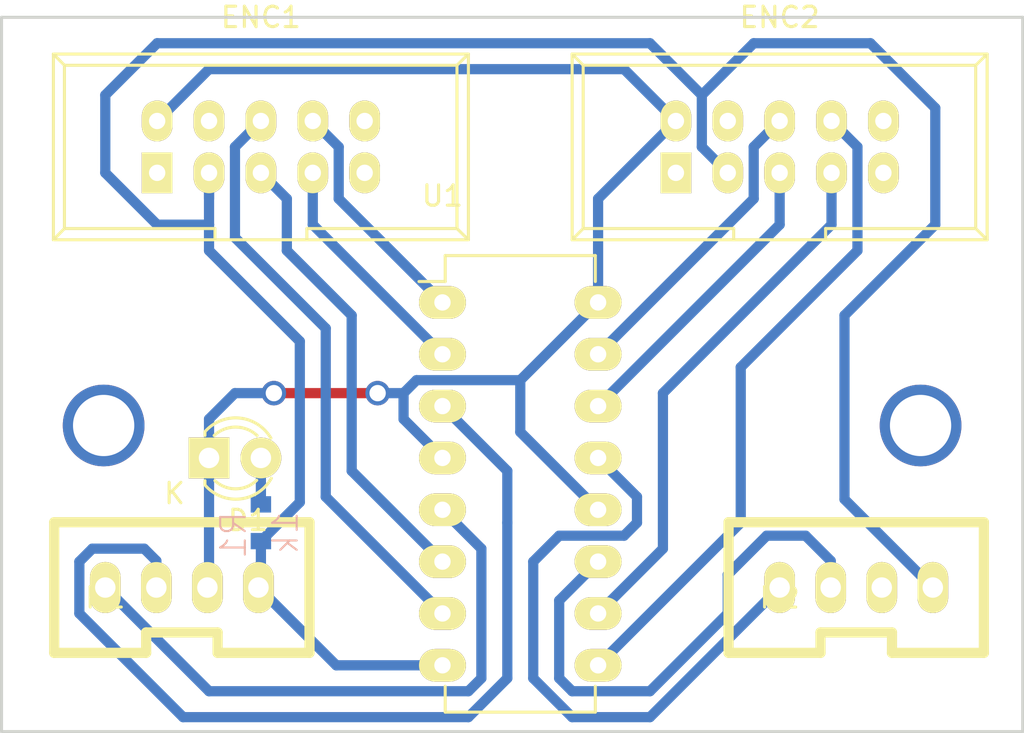
<source format=kicad_pcb>
(kicad_pcb (version 4) (host pcbnew 4.0.4-stable)

  (general
    (links 25)
    (no_connects 1)
    (area -0.075001 -0.075001 50.075001 35.075001)
    (thickness 1.6)
    (drawings 4)
    (tracks 113)
    (zones 0)
    (modules 7)
    (nets 16)
  )

  (page A4)
  (layers
    (0 F.Cu signal)
    (31 B.Cu signal)
    (32 B.Adhes user)
    (33 F.Adhes user)
    (34 B.Paste user)
    (35 F.Paste user)
    (36 B.SilkS user)
    (37 F.SilkS user)
    (38 B.Mask user)
    (39 F.Mask user)
    (40 Dwgs.User user)
    (41 Cmts.User user)
    (42 Eco1.User user)
    (43 Eco2.User user)
    (44 Edge.Cuts user)
    (45 Margin user)
    (46 B.CrtYd user)
    (47 F.CrtYd user)
    (48 B.Fab user)
    (49 F.Fab user)
  )

  (setup
    (last_trace_width 0.5)
    (user_trace_width 0.5)
    (user_trace_width 1)
    (trace_clearance 0.2)
    (zone_clearance 0.4)
    (zone_45_only no)
    (trace_min 0.2)
    (segment_width 0.2)
    (edge_width 0.15)
    (via_size 0.6)
    (via_drill 0.4)
    (via_min_size 0.4)
    (via_min_drill 0.3)
    (user_via 1.2 0.8)
    (user_via 4 3)
    (uvia_size 0.3)
    (uvia_drill 0.1)
    (uvias_allowed no)
    (uvia_min_size 0.2)
    (uvia_min_drill 0.1)
    (pcb_text_width 0.3)
    (pcb_text_size 1.5 1.5)
    (mod_edge_width 0.15)
    (mod_text_size 1 1)
    (mod_text_width 0.15)
    (pad_size 2.3 1.6)
    (pad_drill 0.8)
    (pad_to_mask_clearance 0.2)
    (aux_axis_origin 0 0)
    (visible_elements 7FFFFFFF)
    (pcbplotparams
      (layerselection 0x00030_80000001)
      (usegerberextensions false)
      (excludeedgelayer true)
      (linewidth 0.100000)
      (plotframeref false)
      (viasonmask false)
      (mode 1)
      (useauxorigin false)
      (hpglpennumber 1)
      (hpglpenspeed 20)
      (hpglpendiameter 15)
      (hpglpenoverlay 2)
      (psnegative false)
      (psa4output false)
      (plotreference true)
      (plotvalue true)
      (plotinvisibletext false)
      (padsonsilk false)
      (subtractmaskfromsilk false)
      (outputformat 1)
      (mirror false)
      (drillshape 1)
      (scaleselection 1)
      (outputdirectory ""))
  )

  (net 0 "")
  (net 1 +5V)
  (net 2 "Net-(D1-Pad2)")
  (net 3 GND)
  (net 4 /IN1_AB)
  (net 5 /IN1_AA)
  (net 6 /IN1_BB)
  (net 7 /IN1_BA)
  (net 8 /IN2_AB)
  (net 9 /IN2_AA)
  (net 10 /IN2_BB)
  (net 11 /IN2_BA)
  (net 12 /OUT1_B)
  (net 13 /OUT1_A)
  (net 14 /OUT2_B)
  (net 15 /OUT2_A)

  (net_class Default "これは標準のネット クラスです。"
    (clearance 0.2)
    (trace_width 0.25)
    (via_dia 0.6)
    (via_drill 0.4)
    (uvia_dia 0.3)
    (uvia_drill 0.1)
    (add_net +5V)
    (add_net /IN1_AA)
    (add_net /IN1_AB)
    (add_net /IN1_BA)
    (add_net /IN1_BB)
    (add_net /IN2_AA)
    (add_net /IN2_AB)
    (add_net /IN2_BA)
    (add_net /IN2_BB)
    (add_net /OUT1_A)
    (add_net /OUT1_B)
    (add_net /OUT2_A)
    (add_net /OUT2_B)
    (add_net GND)
    (add_net "Net-(D1-Pad2)")
  )

  (module LEDs:LED-3MM (layer F.Cu) (tedit 559B82F6) (tstamp 583E7C74)
    (at 10.16 21.59)
    (descr "LED 3mm round vertical")
    (tags "LED  3mm round vertical")
    (path /583E8E79)
    (fp_text reference D1 (at 1.91 3.06) (layer F.SilkS)
      (effects (font (size 1 1) (thickness 0.15)))
    )
    (fp_text value LED (at 1.3 -2.9) (layer F.Fab)
      (effects (font (size 1 1) (thickness 0.15)))
    )
    (fp_line (start -1.2 2.3) (end 3.8 2.3) (layer F.CrtYd) (width 0.05))
    (fp_line (start 3.8 2.3) (end 3.8 -2.2) (layer F.CrtYd) (width 0.05))
    (fp_line (start 3.8 -2.2) (end -1.2 -2.2) (layer F.CrtYd) (width 0.05))
    (fp_line (start -1.2 -2.2) (end -1.2 2.3) (layer F.CrtYd) (width 0.05))
    (fp_line (start -0.199 1.314) (end -0.199 1.114) (layer F.SilkS) (width 0.15))
    (fp_line (start -0.199 -1.28) (end -0.199 -1.1) (layer F.SilkS) (width 0.15))
    (fp_arc (start 1.301 0.034) (end -0.199 -1.286) (angle 108.5) (layer F.SilkS) (width 0.15))
    (fp_arc (start 1.301 0.034) (end 0.25 -1.1) (angle 85.7) (layer F.SilkS) (width 0.15))
    (fp_arc (start 1.311 0.034) (end 3.051 0.994) (angle 110) (layer F.SilkS) (width 0.15))
    (fp_arc (start 1.301 0.034) (end 2.335 1.094) (angle 87.5) (layer F.SilkS) (width 0.15))
    (fp_text user K (at -1.69 1.74) (layer F.SilkS)
      (effects (font (size 1 1) (thickness 0.15)))
    )
    (pad 1 thru_hole rect (at 0 0 90) (size 2 2) (drill 1.00076) (layers *.Cu *.Mask F.SilkS)
      (net 1 +5V))
    (pad 2 thru_hole circle (at 2.54 0) (size 2 2) (drill 1.00076) (layers *.Cu *.Mask F.SilkS)
      (net 2 "Net-(D1-Pad2)"))
    (model LEDs.3dshapes/LED-3MM.wrl
      (at (xyz 0.05 0 0))
      (scale (xyz 1 1 1))
      (rotate (xyz 0 0 90))
    )
  )

  (module RP_KiCAD_Connector:XA_4T (layer F.Cu) (tedit 5763BB94) (tstamp 583E7C98)
    (at 5.08 27.94)
    (path /583E8D66)
    (fp_text reference P1 (at 0 0.5) (layer F.SilkS)
      (effects (font (size 1 1) (thickness 0.15)))
    )
    (fp_text value CONN_01X04 (at 0 -0.5) (layer F.Fab)
      (effects (font (size 1 1) (thickness 0.15)))
    )
    (fp_line (start -2.5 3.2) (end 2 3.2) (layer F.SilkS) (width 0.5))
    (fp_line (start 2 3.2) (end 2 2.2) (layer F.SilkS) (width 0.5))
    (fp_line (start 2 2.2) (end 5.5 2.2) (layer F.SilkS) (width 0.5))
    (fp_line (start 5.5 2.2) (end 5.5 3.2) (layer F.SilkS) (width 0.5))
    (fp_line (start 5.5 3.2) (end 10 3.2) (layer F.SilkS) (width 0.5))
    (fp_line (start 10 -3.2) (end -2.5 -3.2) (layer F.SilkS) (width 0.5))
    (fp_line (start 10 3.2) (end 10 -3.2) (layer F.SilkS) (width 0.5))
    (fp_line (start -2.5 -3.2) (end -2.5 3.2) (layer F.SilkS) (width 0.5))
    (pad 4 thru_hole oval (at 0 0) (size 1.5 2.5) (drill 1) (layers *.Cu *.Mask F.SilkS)
      (net 12 /OUT1_B))
    (pad 3 thru_hole oval (at 2.5 0) (size 1.5 2.5) (drill 1) (layers *.Cu *.Mask F.SilkS)
      (net 13 /OUT1_A))
    (pad 2 thru_hole oval (at 5 0) (size 1.5 2.5) (drill 1) (layers *.Cu *.Mask F.SilkS)
      (net 1 +5V))
    (pad 1 thru_hole oval (at 7.5 0) (size 1.5 2.5) (drill 1) (layers *.Cu *.Mask F.SilkS)
      (net 3 GND))
    (model conn_XA/XA_4T.wrl
      (at (xyz 0.15 0 0))
      (scale (xyz 3.95 3.95 3.95))
      (rotate (xyz -90 0 0))
    )
  )

  (module RP_KiCAD_Connector:XA_4T (layer F.Cu) (tedit 5763BB94) (tstamp 583E7CA0)
    (at 38.1 27.94)
    (path /583E8E41)
    (fp_text reference P2 (at 0 0.5) (layer F.SilkS)
      (effects (font (size 1 1) (thickness 0.15)))
    )
    (fp_text value CONN_01X04 (at 0 -0.5) (layer F.Fab)
      (effects (font (size 1 1) (thickness 0.15)))
    )
    (fp_line (start -2.5 3.2) (end 2 3.2) (layer F.SilkS) (width 0.5))
    (fp_line (start 2 3.2) (end 2 2.2) (layer F.SilkS) (width 0.5))
    (fp_line (start 2 2.2) (end 5.5 2.2) (layer F.SilkS) (width 0.5))
    (fp_line (start 5.5 2.2) (end 5.5 3.2) (layer F.SilkS) (width 0.5))
    (fp_line (start 5.5 3.2) (end 10 3.2) (layer F.SilkS) (width 0.5))
    (fp_line (start 10 -3.2) (end -2.5 -3.2) (layer F.SilkS) (width 0.5))
    (fp_line (start 10 3.2) (end 10 -3.2) (layer F.SilkS) (width 0.5))
    (fp_line (start -2.5 -3.2) (end -2.5 3.2) (layer F.SilkS) (width 0.5))
    (pad 4 thru_hole oval (at 0 0) (size 1.5 2.5) (drill 1) (layers *.Cu *.Mask F.SilkS)
      (net 14 /OUT2_B))
    (pad 3 thru_hole oval (at 2.5 0) (size 1.5 2.5) (drill 1) (layers *.Cu *.Mask F.SilkS)
      (net 15 /OUT2_A))
    (pad 2 thru_hole oval (at 5 0) (size 1.5 2.5) (drill 1) (layers *.Cu *.Mask F.SilkS)
      (net 1 +5V))
    (pad 1 thru_hole oval (at 7.5 0) (size 1.5 2.5) (drill 1) (layers *.Cu *.Mask F.SilkS)
      (net 3 GND))
    (model conn_XA/XA_4T.wrl
      (at (xyz 0.15 0 0))
      (scale (xyz 3.95 3.95 3.95))
      (rotate (xyz -90 0 0))
    )
  )

  (module RP_KiCAD_Libs:C1608_WP (layer B.Cu) (tedit 57C3E677) (tstamp 583E7CA6)
    (at 12.7 24.765 270)
    (descr <b>CAPACITOR</b>)
    (path /583E8E9A)
    (fp_text reference R1 (at -0.635 0.635 270) (layer B.SilkS)
      (effects (font (size 1.2065 1.2065) (thickness 0.1016)) (justify left bottom mirror))
    )
    (fp_text value 1k (at -0.635 -1.905 270) (layer B.SilkS)
      (effects (font (size 1.2065 1.2065) (thickness 0.1016)) (justify left bottom mirror))
    )
    (fp_line (start -0.356 0.432) (end 0.356 0.432) (layer Dwgs.User) (width 0.1016))
    (fp_line (start -0.356 -0.419) (end 0.356 -0.419) (layer Dwgs.User) (width 0.1016))
    (fp_poly (pts (xy -0.8382 -0.4699) (xy -0.3381 -0.4699) (xy -0.3381 0.4801) (xy -0.8382 0.4801)) (layer Dwgs.User) (width 0))
    (fp_poly (pts (xy 0.3302 -0.4699) (xy 0.8303 -0.4699) (xy 0.8303 0.4801) (xy 0.3302 0.4801)) (layer Dwgs.User) (width 0))
    (fp_poly (pts (xy -0.1999 -0.3) (xy 0.1999 -0.3) (xy 0.1999 0.3) (xy -0.1999 0.3)) (layer B.Adhes) (width 0))
    (pad 1 smd rect (at -0.9 0 270) (size 0.8 1) (layers B.Cu B.Paste B.Mask)
      (net 2 "Net-(D1-Pad2)"))
    (pad 2 smd rect (at 0.9 0 270) (size 0.8 1) (layers B.Cu B.Paste B.Mask)
      (net 3 GND))
    (model Resistors_SMD.3dshapes/R_0603.wrl
      (at (xyz 0 0 0))
      (scale (xyz 1 1 1))
      (rotate (xyz 0 0 0))
    )
  )

  (module Housings_DIP:DIP-16_W7.62mm_LongPads (layer F.Cu) (tedit 54130A77) (tstamp 583E7CBA)
    (at 21.59 13.97)
    (descr "16-lead dip package, row spacing 7.62 mm (300 mils), longer pads")
    (tags "dil dip 2.54 300")
    (path /583E7ABF)
    (fp_text reference U1 (at 0 -5.22) (layer F.SilkS)
      (effects (font (size 1 1) (thickness 0.15)))
    )
    (fp_text value SN75175 (at 0 -3.72) (layer F.Fab)
      (effects (font (size 1 1) (thickness 0.15)))
    )
    (fp_line (start -1.4 -2.45) (end -1.4 20.25) (layer F.CrtYd) (width 0.05))
    (fp_line (start 9 -2.45) (end 9 20.25) (layer F.CrtYd) (width 0.05))
    (fp_line (start -1.4 -2.45) (end 9 -2.45) (layer F.CrtYd) (width 0.05))
    (fp_line (start -1.4 20.25) (end 9 20.25) (layer F.CrtYd) (width 0.05))
    (fp_line (start 0.135 -2.295) (end 0.135 -1.025) (layer F.SilkS) (width 0.15))
    (fp_line (start 7.485 -2.295) (end 7.485 -1.025) (layer F.SilkS) (width 0.15))
    (fp_line (start 7.485 20.075) (end 7.485 18.805) (layer F.SilkS) (width 0.15))
    (fp_line (start 0.135 20.075) (end 0.135 18.805) (layer F.SilkS) (width 0.15))
    (fp_line (start 0.135 -2.295) (end 7.485 -2.295) (layer F.SilkS) (width 0.15))
    (fp_line (start 0.135 20.075) (end 7.485 20.075) (layer F.SilkS) (width 0.15))
    (fp_line (start 0.135 -1.025) (end -1.15 -1.025) (layer F.SilkS) (width 0.15))
    (pad 1 thru_hole oval (at 0 0) (size 2.3 1.6) (drill 0.8) (layers *.Cu *.Mask F.SilkS)
      (net 4 /IN1_AB))
    (pad 2 thru_hole oval (at 0 2.54) (size 2.3 1.6) (drill 0.8) (layers *.Cu *.Mask F.SilkS)
      (net 5 /IN1_AA))
    (pad 3 thru_hole oval (at 0 5.08) (size 2.3 1.6) (drill 0.8) (layers *.Cu *.Mask F.SilkS)
      (net 13 /OUT1_A))
    (pad 4 thru_hole oval (at 0 7.62) (size 2.3 1.6) (drill 0.8) (layers *.Cu *.Mask F.SilkS)
      (net 1 +5V))
    (pad 5 thru_hole oval (at 0 10.16) (size 2.3 1.6) (drill 0.8) (layers *.Cu *.Mask F.SilkS)
      (net 12 /OUT1_B))
    (pad 6 thru_hole oval (at 0 12.7) (size 2.3 1.6) (drill 0.8) (layers *.Cu *.Mask F.SilkS)
      (net 7 /IN1_BA))
    (pad 7 thru_hole oval (at 0 15.24) (size 2.3 1.6) (drill 0.8) (layers *.Cu *.Mask F.SilkS)
      (net 6 /IN1_BB))
    (pad 8 thru_hole oval (at 0 17.78) (size 2.3 1.6) (drill 0.8) (layers *.Cu *.Mask F.SilkS)
      (net 3 GND))
    (pad 9 thru_hole oval (at 7.62 17.78) (size 2.3 1.6) (drill 0.8) (layers *.Cu *.Mask F.SilkS)
      (net 8 /IN2_AB))
    (pad 10 thru_hole oval (at 7.62 15.24) (size 2.3 1.6) (drill 0.8) (layers *.Cu *.Mask F.SilkS)
      (net 9 /IN2_AA))
    (pad 11 thru_hole oval (at 7.62 12.7) (size 2.3 1.6) (drill 0.8) (layers *.Cu *.Mask F.SilkS)
      (net 15 /OUT2_A))
    (pad 12 thru_hole oval (at 7.62 10.16) (size 2.3 1.6) (drill 0.8) (layers *.Cu *.Mask F.SilkS)
      (net 1 +5V))
    (pad 13 thru_hole oval (at 7.62 7.62) (size 2.3 1.6) (drill 0.8) (layers *.Cu *.Mask F.SilkS)
      (net 14 /OUT2_B))
    (pad 14 thru_hole oval (at 7.62 5.08) (size 2.3 1.6) (drill 0.8) (layers *.Cu *.Mask F.SilkS)
      (net 11 /IN2_BA))
    (pad 15 thru_hole oval (at 7.62 2.54) (size 2.3 1.6) (drill 0.8) (layers *.Cu *.Mask F.SilkS)
      (net 10 /IN2_BB))
    (pad 16 thru_hole oval (at 7.62 0) (size 2.3 1.6) (drill 0.8) (layers *.Cu *.Mask F.SilkS)
      (net 1 +5V))
    (model Housings_DIP.3dshapes/DIP-16_W7.62mm_LongPads.wrl
      (at (xyz 0 0 0))
      (scale (xyz 1 1 1))
      (rotate (xyz 0 0 0))
    )
  )

  (module RP_KiCAD_Connector:DEF_ENCODER (layer F.Cu) (tedit 583E7D8F) (tstamp 583E7E8A)
    (at 7.62 7.62)
    (descr DEF_ENCODER)
    (tags DEF_ENCODER)
    (path /583E8396)
    (fp_text reference ENC1 (at 5.08 -7.62) (layer F.SilkS)
      (effects (font (size 1 1) (thickness 0.15)))
    )
    (fp_text value RS422_ENCODER (at 5.08 5.223) (layer F.Fab)
      (effects (font (size 1 1) (thickness 0.15)))
    )
    (fp_line (start -5.08 -5.82) (end 15.24 -5.82) (layer F.SilkS) (width 0.15))
    (fp_line (start -4.54 -5.27) (end 14.68 -5.27) (layer F.SilkS) (width 0.15))
    (fp_line (start -5.08 3.28) (end 15.24 3.28) (layer F.SilkS) (width 0.15))
    (fp_line (start -4.54 2.73) (end 2.83 2.73) (layer F.SilkS) (width 0.15))
    (fp_line (start 7.33 2.73) (end 14.68 2.73) (layer F.SilkS) (width 0.15))
    (fp_line (start 2.83 2.73) (end 2.83 3.28) (layer F.SilkS) (width 0.15))
    (fp_line (start 7.33 2.73) (end 7.33 3.28) (layer F.SilkS) (width 0.15))
    (fp_line (start -5.08 -5.82) (end -5.08 3.28) (layer F.SilkS) (width 0.15))
    (fp_line (start -4.54 -5.27) (end -4.54 2.73) (layer F.SilkS) (width 0.15))
    (fp_line (start 15.24 -5.82) (end 15.24 3.28) (layer F.SilkS) (width 0.15))
    (fp_line (start 14.68 -5.27) (end 14.68 2.73) (layer F.SilkS) (width 0.15))
    (fp_line (start -5.08 -5.82) (end -4.54 -5.27) (layer F.SilkS) (width 0.15))
    (fp_line (start 15.24 -5.82) (end 14.68 -5.27) (layer F.SilkS) (width 0.15))
    (fp_line (start -5.08 3.28) (end -4.54 2.73) (layer F.SilkS) (width 0.15))
    (fp_line (start 15.24 3.28) (end 14.68 2.73) (layer F.SilkS) (width 0.15))
    (fp_line (start -5.35 -6.05) (end 15.5 -6.05) (layer F.CrtYd) (width 0.05))
    (fp_line (start 15.5 -6.05) (end 15.5 3.55) (layer F.CrtYd) (width 0.05))
    (fp_line (start 15.5 3.55) (end -5.35 3.55) (layer F.CrtYd) (width 0.05))
    (fp_line (start -5.35 3.55) (end -5.35 -6.05) (layer F.CrtYd) (width 0.05))
    (pad 1 thru_hole rect (at 0 0) (size 1.5 2) (drill 0.8) (layers *.Cu *.Mask F.SilkS))
    (pad 2 thru_hole oval (at 0 -2.54) (size 1.5 2) (drill 0.8) (layers *.Cu *.Mask F.SilkS)
      (net 1 +5V))
    (pad 3 thru_hole oval (at 2.54 0) (size 1.5 2) (drill 0.8) (layers *.Cu *.Mask F.SilkS)
      (net 3 GND))
    (pad 4 thru_hole oval (at 2.54 -2.54) (size 1.5 2) (drill 0.8) (layers *.Cu *.Mask F.SilkS))
    (pad 5 thru_hole oval (at 5.08 0) (size 1.5 2) (drill 0.8) (layers *.Cu *.Mask F.SilkS)
      (net 7 /IN1_BA))
    (pad 6 thru_hole oval (at 5.08 -2.54) (size 1.5 2) (drill 0.8) (layers *.Cu *.Mask F.SilkS)
      (net 6 /IN1_BB))
    (pad 7 thru_hole oval (at 7.62 0) (size 1.5 2) (drill 0.8) (layers *.Cu *.Mask F.SilkS)
      (net 5 /IN1_AA))
    (pad 8 thru_hole oval (at 7.62 -2.54) (size 1.5 2) (drill 0.8) (layers *.Cu *.Mask F.SilkS)
      (net 4 /IN1_AB))
    (pad 9 thru_hole oval (at 10.16 0) (size 1.5 2) (drill 0.8) (layers *.Cu *.Mask F.SilkS))
    (pad 10 thru_hole oval (at 10.16 -2.54) (size 1.5 2) (drill 0.8) (layers *.Cu *.Mask F.SilkS))
  )

  (module RP_KiCAD_Connector:DEF_ENCODER (layer F.Cu) (tedit 583E7D8F) (tstamp 583E7E97)
    (at 33.02 7.62)
    (descr DEF_ENCODER)
    (tags DEF_ENCODER)
    (path /583E83B5)
    (fp_text reference ENC2 (at 5.08 -7.62) (layer F.SilkS)
      (effects (font (size 1 1) (thickness 0.15)))
    )
    (fp_text value RS422_ENCODER (at 5.08 5.223) (layer F.Fab)
      (effects (font (size 1 1) (thickness 0.15)))
    )
    (fp_line (start -5.08 -5.82) (end 15.24 -5.82) (layer F.SilkS) (width 0.15))
    (fp_line (start -4.54 -5.27) (end 14.68 -5.27) (layer F.SilkS) (width 0.15))
    (fp_line (start -5.08 3.28) (end 15.24 3.28) (layer F.SilkS) (width 0.15))
    (fp_line (start -4.54 2.73) (end 2.83 2.73) (layer F.SilkS) (width 0.15))
    (fp_line (start 7.33 2.73) (end 14.68 2.73) (layer F.SilkS) (width 0.15))
    (fp_line (start 2.83 2.73) (end 2.83 3.28) (layer F.SilkS) (width 0.15))
    (fp_line (start 7.33 2.73) (end 7.33 3.28) (layer F.SilkS) (width 0.15))
    (fp_line (start -5.08 -5.82) (end -5.08 3.28) (layer F.SilkS) (width 0.15))
    (fp_line (start -4.54 -5.27) (end -4.54 2.73) (layer F.SilkS) (width 0.15))
    (fp_line (start 15.24 -5.82) (end 15.24 3.28) (layer F.SilkS) (width 0.15))
    (fp_line (start 14.68 -5.27) (end 14.68 2.73) (layer F.SilkS) (width 0.15))
    (fp_line (start -5.08 -5.82) (end -4.54 -5.27) (layer F.SilkS) (width 0.15))
    (fp_line (start 15.24 -5.82) (end 14.68 -5.27) (layer F.SilkS) (width 0.15))
    (fp_line (start -5.08 3.28) (end -4.54 2.73) (layer F.SilkS) (width 0.15))
    (fp_line (start 15.24 3.28) (end 14.68 2.73) (layer F.SilkS) (width 0.15))
    (fp_line (start -5.35 -6.05) (end 15.5 -6.05) (layer F.CrtYd) (width 0.05))
    (fp_line (start 15.5 -6.05) (end 15.5 3.55) (layer F.CrtYd) (width 0.05))
    (fp_line (start 15.5 3.55) (end -5.35 3.55) (layer F.CrtYd) (width 0.05))
    (fp_line (start -5.35 3.55) (end -5.35 -6.05) (layer F.CrtYd) (width 0.05))
    (pad 1 thru_hole rect (at 0 0) (size 1.5 2) (drill 0.8) (layers *.Cu *.Mask F.SilkS))
    (pad 2 thru_hole oval (at 0 -2.54) (size 1.5 2) (drill 0.8) (layers *.Cu *.Mask F.SilkS)
      (net 1 +5V))
    (pad 3 thru_hole oval (at 2.54 0) (size 1.5 2) (drill 0.8) (layers *.Cu *.Mask F.SilkS)
      (net 3 GND))
    (pad 4 thru_hole oval (at 2.54 -2.54) (size 1.5 2) (drill 0.8) (layers *.Cu *.Mask F.SilkS))
    (pad 5 thru_hole oval (at 5.08 0) (size 1.5 2) (drill 0.8) (layers *.Cu *.Mask F.SilkS)
      (net 11 /IN2_BA))
    (pad 6 thru_hole oval (at 5.08 -2.54) (size 1.5 2) (drill 0.8) (layers *.Cu *.Mask F.SilkS)
      (net 10 /IN2_BB))
    (pad 7 thru_hole oval (at 7.62 0) (size 1.5 2) (drill 0.8) (layers *.Cu *.Mask F.SilkS)
      (net 9 /IN2_AA))
    (pad 8 thru_hole oval (at 7.62 -2.54) (size 1.5 2) (drill 0.8) (layers *.Cu *.Mask F.SilkS)
      (net 8 /IN2_AB))
    (pad 9 thru_hole oval (at 10.16 0) (size 1.5 2) (drill 0.8) (layers *.Cu *.Mask F.SilkS))
    (pad 10 thru_hole oval (at 10.16 -2.54) (size 1.5 2) (drill 0.8) (layers *.Cu *.Mask F.SilkS))
  )

  (gr_line (start 50 0) (end 50 35) (angle 90) (layer Edge.Cuts) (width 0.15))
  (gr_line (start 0 35) (end 0 0) (angle 90) (layer Edge.Cuts) (width 0.15))
  (gr_line (start 50 35) (end 0 35) (angle 90) (layer Edge.Cuts) (width 0.15))
  (gr_line (start 50 0) (end 0 0) (angle 90) (layer Edge.Cuts) (width 0.15))

  (via (at 5 20) (size 4) (drill 3) (layers F.Cu B.Cu) (net 0))
  (via (at 45 20) (size 4) (drill 3) (layers F.Cu B.Cu) (net 0))
  (segment (start 10.16 21.59) (end 10.16 19.685) (width 0.5) (layer B.Cu) (net 1) (status 400000))
  (segment (start 11.43 18.415) (end 13.335 18.415) (width 0.5) (layer B.Cu) (net 1) (tstamp 583F7CF7))
  (segment (start 10.16 19.685) (end 11.43 18.415) (width 0.5) (layer B.Cu) (net 1) (tstamp 583F7CF6))
  (segment (start 10.16 21.59) (end 10.16 27.86) (width 0.5) (layer B.Cu) (net 1) (status C00000))
  (segment (start 10.16 27.86) (end 10.08 27.94) (width 0.5) (layer B.Cu) (net 1) (tstamp 583F7CF3) (status C00000))
  (segment (start 19.685 18.415) (end 18.415 18.415) (width 0.5) (layer B.Cu) (net 1))
  (via (at 18.415 18.415) (size 1.2) (drill 0.8) (layers F.Cu B.Cu) (net 1))
  (segment (start 18.415 18.415) (end 13.335 18.415) (width 0.5) (layer F.Cu) (net 1) (tstamp 583F7CC4))
  (via (at 13.335 18.415) (size 1.2) (drill 0.8) (layers F.Cu B.Cu) (net 1))
  (segment (start 29.21 24.13) (end 25.4 20.32) (width 0.5) (layer B.Cu) (net 1))
  (segment (start 25.4 17.78) (end 25.4 20.32) (width 0.5) (layer B.Cu) (net 1))
  (segment (start 21.59 21.59) (end 19.685 19.685) (width 0.5) (layer B.Cu) (net 1))
  (segment (start 20.32 17.78) (end 25.4 17.78) (width 0.5) (layer B.Cu) (net 1) (tstamp 583F7CA9))
  (segment (start 19.685 18.415) (end 20.32 17.78) (width 0.5) (layer B.Cu) (net 1) (tstamp 583F7CA8))
  (segment (start 19.685 19.685) (end 19.685 18.415) (width 0.5) (layer B.Cu) (net 1) (tstamp 583F7CA7))
  (segment (start 29.21 13.97) (end 25.4 17.78) (width 0.5) (layer B.Cu) (net 1))
  (segment (start 29.21 13.97) (end 29.21 8.89) (width 0.5) (layer B.Cu) (net 1))
  (segment (start 29.21 8.89) (end 33.02 5.08) (width 0.5) (layer B.Cu) (net 1) (tstamp 583E815F))
  (segment (start 7.62 5.08) (end 10.16 2.54) (width 0.5) (layer B.Cu) (net 1))
  (segment (start 30.48 2.54) (end 33.02 5.08) (width 0.5) (layer B.Cu) (net 1) (tstamp 583E8137))
  (segment (start 10.16 2.54) (end 30.48 2.54) (width 0.5) (layer B.Cu) (net 1) (tstamp 583E8135))
  (segment (start 12.7 21.59) (end 12.7 23.865) (width 0.5) (layer B.Cu) (net 2) (status C00000))
  (segment (start 10.16 10.16) (end 7.62 10.16) (width 0.5) (layer B.Cu) (net 3))
  (segment (start 5.08 3.81) (end 7.62 1.27) (width 0.5) (layer B.Cu) (net 3) (tstamp 583E8159))
  (segment (start 7.62 1.27) (end 31.75 1.27) (width 0.5) (layer B.Cu) (net 3) (tstamp 583E815B))
  (segment (start 5.08 7.62) (end 7.62 10.16) (width 0.5) (layer B.Cu) (net 3) (tstamp 583E8143))
  (segment (start 31.75 1.27) (end 34.29 3.81) (width 0.5) (layer B.Cu) (net 3) (tstamp 583E813C))
  (segment (start 5.08 7.62) (end 5.08 3.81) (width 0.5) (layer B.Cu) (net 3))
  (segment (start 10.16 7.62) (end 10.16 10.16) (width 0.5) (layer B.Cu) (net 3) (status 400000))
  (segment (start 10.16 10.16) (end 10.16 11.43) (width 0.5) (layer B.Cu) (net 3) (tstamp 583F7D1B))
  (segment (start 10.16 11.43) (end 14.605 15.875) (width 0.5) (layer B.Cu) (net 3) (tstamp 583F7D14))
  (segment (start 14.605 15.875) (end 14.605 23.76) (width 0.5) (layer B.Cu) (net 3) (tstamp 583F7D08))
  (segment (start 14.605 23.76) (end 12.7 25.665) (width 0.5) (layer B.Cu) (net 3) (tstamp 583F7D0A) (status 800000))
  (segment (start 12.7 25.665) (end 12.7 27.82) (width 0.5) (layer B.Cu) (net 3) (status C00000))
  (segment (start 12.7 27.82) (end 12.58 27.94) (width 0.5) (layer B.Cu) (net 3) (tstamp 583F7CFD) (status C00000))
  (segment (start 45.6 27.94) (end 41.275 23.615) (width 0.5) (layer B.Cu) (net 3))
  (segment (start 41.275 23.615) (end 41.275 14.605) (width 0.5) (layer B.Cu) (net 3) (tstamp 583F7CCC))
  (segment (start 41.275 14.605) (end 45.72 10.16) (width 0.5) (layer B.Cu) (net 3) (tstamp 583F7CCE))
  (segment (start 45.72 10.16) (end 45.72 4.445) (width 0.5) (layer B.Cu) (net 3) (tstamp 583F7CD0))
  (segment (start 45.72 4.445) (end 42.545 1.27) (width 0.5) (layer B.Cu) (net 3) (tstamp 583F7CD2))
  (segment (start 42.545 1.27) (end 36.83 1.27) (width 0.5) (layer B.Cu) (net 3) (tstamp 583F7CD4))
  (segment (start 36.83 1.27) (end 34.29 3.81) (width 0.5) (layer B.Cu) (net 3) (tstamp 583F7CD6))
  (segment (start 12.58 27.94) (end 16.39 31.75) (width 0.5) (layer B.Cu) (net 3))
  (segment (start 16.39 31.75) (end 21.59 31.75) (width 0.5) (layer B.Cu) (net 3) (tstamp 583E81E4))
  (segment (start 34.29 6.35) (end 34.29 3.81) (width 0.5) (layer B.Cu) (net 3) (tstamp 583E813B))
  (segment (start 35.56 7.62) (end 34.29 6.35) (width 0.5) (layer B.Cu) (net 3))
  (segment (start 10.16 8.89) (end 10.16 7.62) (width 0.5) (layer B.Cu) (net 3))
  (segment (start 15.24 5.08) (end 16.51 6.35) (width 0.5) (layer B.Cu) (net 4))
  (segment (start 16.51 8.89) (end 21.59 13.97) (width 0.5) (layer B.Cu) (net 4) (tstamp 583E8128))
  (segment (start 16.51 6.35) (end 16.51 8.89) (width 0.5) (layer B.Cu) (net 4) (tstamp 583E8127))
  (segment (start 15.24 7.62) (end 15.24 10.16) (width 0.5) (layer B.Cu) (net 5))
  (segment (start 15.24 10.16) (end 21.59 16.51) (width 0.5) (layer B.Cu) (net 5) (tstamp 583E8123))
  (segment (start 11.43 10.795) (end 15.875 15.24) (width 0.5) (layer B.Cu) (net 6))
  (segment (start 15.875 15.24) (end 15.875 23.495) (width 0.5) (layer B.Cu) (net 6) (tstamp 583F7C1F))
  (segment (start 21.59 29.21) (end 15.875 23.495) (width 0.5) (layer B.Cu) (net 6))
  (segment (start 11.43 6.35) (end 12.7 5.08) (width 0.5) (layer B.Cu) (net 6) (tstamp 583E8132))
  (segment (start 11.43 10.795) (end 11.43 6.35) (width 0.5) (layer B.Cu) (net 6) (tstamp 583F7C1D))
  (segment (start 12.7 7.62) (end 13.97 8.89) (width 0.5) (layer B.Cu) (net 7))
  (segment (start 17.145 14.605) (end 17.145 22.225) (width 0.5) (layer B.Cu) (net 7) (tstamp 583F7C12))
  (segment (start 13.97 11.43) (end 17.145 14.605) (width 0.5) (layer B.Cu) (net 7) (tstamp 583F7C10))
  (segment (start 13.97 8.89) (end 13.97 11.43) (width 0.5) (layer B.Cu) (net 7) (tstamp 583F7C0E))
  (segment (start 21.59 26.67) (end 17.145 22.225) (width 0.5) (layer B.Cu) (net 7))
  (segment (start 29.21 31.75) (end 36.195 24.765) (width 0.5) (layer B.Cu) (net 8))
  (segment (start 41.91 6.35) (end 40.64 5.08) (width 0.5) (layer B.Cu) (net 8) (tstamp 583E8114))
  (segment (start 41.91 11.43) (end 41.91 6.35) (width 0.5) (layer B.Cu) (net 8) (tstamp 583E8112))
  (segment (start 36.195 17.145) (end 41.91 11.43) (width 0.5) (layer B.Cu) (net 8) (tstamp 583E8110))
  (segment (start 36.195 24.765) (end 36.195 17.145) (width 0.5) (layer B.Cu) (net 8) (tstamp 583E810E))
  (segment (start 29.21 29.21) (end 32.385 26.035) (width 0.5) (layer B.Cu) (net 9))
  (segment (start 40.64 10.16) (end 40.64 7.62) (width 0.5) (layer B.Cu) (net 9) (tstamp 583E8107))
  (segment (start 32.385 18.415) (end 40.64 10.16) (width 0.5) (layer B.Cu) (net 9) (tstamp 583E8105))
  (segment (start 32.385 26.035) (end 32.385 18.415) (width 0.5) (layer B.Cu) (net 9) (tstamp 583E8104))
  (segment (start 29.21 16.51) (end 36.83 8.89) (width 0.5) (layer B.Cu) (net 10))
  (segment (start 36.83 6.35) (end 38.1 5.08) (width 0.5) (layer B.Cu) (net 10) (tstamp 583E80FB))
  (segment (start 36.83 8.89) (end 36.83 6.35) (width 0.5) (layer B.Cu) (net 10) (tstamp 583E80FA))
  (segment (start 38.1 7.62) (end 38.1 10.16) (width 0.5) (layer B.Cu) (net 11))
  (segment (start 38.1 10.16) (end 29.21 19.05) (width 0.5) (layer B.Cu) (net 11) (tstamp 583E80FE))
  (segment (start 23.495 32.385) (end 22.86 33.02) (width 0.5) (layer B.Cu) (net 12))
  (segment (start 10.16 33.02) (end 5.08 27.94) (width 0.5) (layer B.Cu) (net 12) (tstamp 583E81D2))
  (segment (start 22.86 33.02) (end 10.16 33.02) (width 0.5) (layer B.Cu) (net 12) (tstamp 583E81D1))
  (segment (start 21.59 24.13) (end 23.495 26.035) (width 0.5) (layer B.Cu) (net 12))
  (segment (start 23.495 26.035) (end 23.495 32.385) (width 0.5) (layer B.Cu) (net 12) (tstamp 583E8179))
  (segment (start 21.59 19.05) (end 24.765 22.225) (width 0.5) (layer B.Cu) (net 13))
  (segment (start 24.765 22.225) (end 24.765 24.765) (width 0.5) (layer B.Cu) (net 13) (tstamp 583F7CB6))
  (segment (start 24.765 32.385) (end 22.86 34.29) (width 0.5) (layer B.Cu) (net 13))
  (segment (start 24.765 24.765) (end 24.765 32.385) (width 0.5) (layer B.Cu) (net 13) (tstamp 583E8172))
  (segment (start 22.86 34.29) (end 8.89 34.29) (width 0.5) (layer B.Cu) (net 13) (tstamp 583E81D9))
  (segment (start 8.89 34.29) (end 3.81 29.21) (width 0.5) (layer B.Cu) (net 13) (tstamp 583E81DA))
  (segment (start 3.81 29.21) (end 3.81 26.67) (width 0.5) (layer B.Cu) (net 13) (tstamp 583E81DC))
  (segment (start 3.81 26.67) (end 4.445 26.035) (width 0.5) (layer B.Cu) (net 13) (tstamp 583E81DE))
  (segment (start 4.445 26.035) (end 6.985 26.035) (width 0.5) (layer B.Cu) (net 13) (tstamp 583E81DF))
  (segment (start 6.985 26.035) (end 7.58 26.63) (width 0.5) (layer B.Cu) (net 13) (tstamp 583E81E0))
  (segment (start 7.58 26.63) (end 7.58 27.94) (width 0.5) (layer B.Cu) (net 13) (tstamp 583E81E1))
  (segment (start 29.21 21.59) (end 31.115 23.495) (width 0.5) (layer B.Cu) (net 14))
  (segment (start 31.115 23.495) (end 31.115 24.765) (width 0.5) (layer B.Cu) (net 14) (tstamp 583E818A))
  (segment (start 31.115 24.765) (end 30.48 25.4) (width 0.5) (layer B.Cu) (net 14) (tstamp 583E818B))
  (segment (start 30.48 25.4) (end 27.305 25.4) (width 0.5) (layer B.Cu) (net 14) (tstamp 583E818C))
  (segment (start 27.305 25.4) (end 26.035 26.67) (width 0.5) (layer B.Cu) (net 14) (tstamp 583E818D))
  (segment (start 26.035 32.385) (end 27.94 34.29) (width 0.5) (layer B.Cu) (net 14))
  (segment (start 26.035 26.67) (end 26.035 32.385) (width 0.5) (layer B.Cu) (net 14) (tstamp 583E818E))
  (segment (start 31.75 34.29) (end 38.1 27.94) (width 0.5) (layer B.Cu) (net 14))
  (segment (start 31.75 34.29) (end 27.94 34.29) (width 0.5) (layer B.Cu) (net 14) (tstamp 583E81C4))
  (segment (start 27.305 32.385) (end 27.94 33.02) (width 0.5) (layer B.Cu) (net 15))
  (segment (start 27.305 28.575) (end 27.305 32.385) (width 0.5) (layer B.Cu) (net 15) (tstamp 583E8194))
  (segment (start 29.21 26.67) (end 27.305 28.575) (width 0.5) (layer B.Cu) (net 15))
  (segment (start 40.6 26.63) (end 40.6 27.94) (width 0.5) (layer B.Cu) (net 15) (tstamp 583E81C1))
  (segment (start 39.37 25.4) (end 40.6 26.63) (width 0.5) (layer B.Cu) (net 15) (tstamp 583E81C0))
  (segment (start 37.465 25.4) (end 39.37 25.4) (width 0.5) (layer B.Cu) (net 15) (tstamp 583E81BF))
  (segment (start 35.56 27.305) (end 37.465 25.4) (width 0.5) (layer B.Cu) (net 15) (tstamp 583E81BE))
  (segment (start 35.56 29.21) (end 35.56 27.305) (width 0.5) (layer B.Cu) (net 15) (tstamp 583E81BC))
  (segment (start 31.75 33.02) (end 35.56 29.21) (width 0.5) (layer B.Cu) (net 15) (tstamp 583E81BA))
  (segment (start 27.94 33.02) (end 31.75 33.02) (width 0.5) (layer B.Cu) (net 15) (tstamp 583E81B9))

)

</source>
